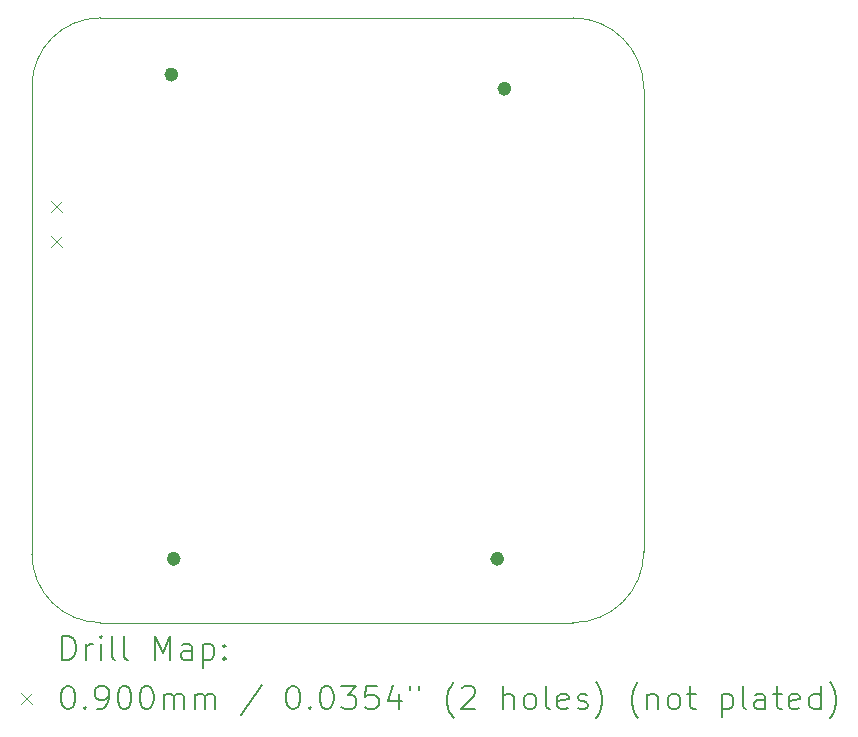
<source format=gbr>
%TF.GenerationSoftware,KiCad,Pcbnew,8.0.5-8.0.5-0~ubuntu24.04.1*%
%TF.CreationDate,2024-09-30T02:40:07+03:30*%
%TF.ProjectId,stm32buckusb,73746d33-3262-4756-936b-7573622e6b69,rev?*%
%TF.SameCoordinates,Original*%
%TF.FileFunction,Drillmap*%
%TF.FilePolarity,Positive*%
%FSLAX45Y45*%
G04 Gerber Fmt 4.5, Leading zero omitted, Abs format (unit mm)*
G04 Created by KiCad (PCBNEW 8.0.5-8.0.5-0~ubuntu24.04.1) date 2024-09-30 02:40:07*
%MOMM*%
%LPD*%
G01*
G04 APERTURE LIST*
%ADD10C,0.601000*%
%ADD11C,0.050000*%
%ADD12C,0.200000*%
%ADD13C,0.100000*%
G04 APERTURE END LIST*
D10*
X9210050Y-11840000D02*
G75*
G02*
X9149950Y-11840000I-30050J0D01*
G01*
X9149950Y-11840000D02*
G75*
G02*
X9210050Y-11840000I30050J0D01*
G01*
X11950050Y-11840000D02*
G75*
G02*
X11889950Y-11840000I-30050J0D01*
G01*
X11889950Y-11840000D02*
G75*
G02*
X11950050Y-11840000I30050J0D01*
G01*
X12010050Y-7860000D02*
G75*
G02*
X11949950Y-7860000I-30050J0D01*
G01*
X11949950Y-7860000D02*
G75*
G02*
X12010050Y-7860000I30050J0D01*
G01*
X9190050Y-7740000D02*
G75*
G02*
X9129950Y-7740000I-30050J0D01*
G01*
X9129950Y-7740000D02*
G75*
G02*
X9190050Y-7740000I30050J0D01*
G01*
D11*
X7980000Y-7840000D02*
X7980000Y-11800000D01*
X13160000Y-11780000D02*
X13160000Y-7860000D01*
X13160000Y-11780000D02*
G75*
G02*
X12560000Y-12380000I-600000J0D01*
G01*
X12560000Y-7260000D02*
X8560000Y-7260000D01*
X8560000Y-12380000D02*
X12560000Y-12380000D01*
X12560000Y-7260000D02*
G75*
G02*
X13160000Y-7860000I0J-600000D01*
G01*
X8560000Y-12380000D02*
G75*
G02*
X7980000Y-11800000I0J580000D01*
G01*
X7980000Y-7840000D02*
G75*
G02*
X8560000Y-7260000I580000J0D01*
G01*
D12*
D13*
X8145000Y-8810000D02*
X8235000Y-8900000D01*
X8235000Y-8810000D02*
X8145000Y-8900000D01*
X8145000Y-9110000D02*
X8235000Y-9200000D01*
X8235000Y-9110000D02*
X8145000Y-9200000D01*
D12*
X8238277Y-12693984D02*
X8238277Y-12493984D01*
X8238277Y-12493984D02*
X8285896Y-12493984D01*
X8285896Y-12493984D02*
X8314467Y-12503508D01*
X8314467Y-12503508D02*
X8333515Y-12522555D01*
X8333515Y-12522555D02*
X8343039Y-12541603D01*
X8343039Y-12541603D02*
X8352562Y-12579698D01*
X8352562Y-12579698D02*
X8352562Y-12608269D01*
X8352562Y-12608269D02*
X8343039Y-12646365D01*
X8343039Y-12646365D02*
X8333515Y-12665412D01*
X8333515Y-12665412D02*
X8314467Y-12684460D01*
X8314467Y-12684460D02*
X8285896Y-12693984D01*
X8285896Y-12693984D02*
X8238277Y-12693984D01*
X8438277Y-12693984D02*
X8438277Y-12560650D01*
X8438277Y-12598746D02*
X8447801Y-12579698D01*
X8447801Y-12579698D02*
X8457324Y-12570174D01*
X8457324Y-12570174D02*
X8476372Y-12560650D01*
X8476372Y-12560650D02*
X8495420Y-12560650D01*
X8562086Y-12693984D02*
X8562086Y-12560650D01*
X8562086Y-12493984D02*
X8552563Y-12503508D01*
X8552563Y-12503508D02*
X8562086Y-12513031D01*
X8562086Y-12513031D02*
X8571610Y-12503508D01*
X8571610Y-12503508D02*
X8562086Y-12493984D01*
X8562086Y-12493984D02*
X8562086Y-12513031D01*
X8685896Y-12693984D02*
X8666848Y-12684460D01*
X8666848Y-12684460D02*
X8657324Y-12665412D01*
X8657324Y-12665412D02*
X8657324Y-12493984D01*
X8790658Y-12693984D02*
X8771610Y-12684460D01*
X8771610Y-12684460D02*
X8762086Y-12665412D01*
X8762086Y-12665412D02*
X8762086Y-12493984D01*
X9019229Y-12693984D02*
X9019229Y-12493984D01*
X9019229Y-12493984D02*
X9085896Y-12636841D01*
X9085896Y-12636841D02*
X9152563Y-12493984D01*
X9152563Y-12493984D02*
X9152563Y-12693984D01*
X9333515Y-12693984D02*
X9333515Y-12589222D01*
X9333515Y-12589222D02*
X9323991Y-12570174D01*
X9323991Y-12570174D02*
X9304944Y-12560650D01*
X9304944Y-12560650D02*
X9266848Y-12560650D01*
X9266848Y-12560650D02*
X9247801Y-12570174D01*
X9333515Y-12684460D02*
X9314467Y-12693984D01*
X9314467Y-12693984D02*
X9266848Y-12693984D01*
X9266848Y-12693984D02*
X9247801Y-12684460D01*
X9247801Y-12684460D02*
X9238277Y-12665412D01*
X9238277Y-12665412D02*
X9238277Y-12646365D01*
X9238277Y-12646365D02*
X9247801Y-12627317D01*
X9247801Y-12627317D02*
X9266848Y-12617793D01*
X9266848Y-12617793D02*
X9314467Y-12617793D01*
X9314467Y-12617793D02*
X9333515Y-12608269D01*
X9428753Y-12560650D02*
X9428753Y-12760650D01*
X9428753Y-12570174D02*
X9447801Y-12560650D01*
X9447801Y-12560650D02*
X9485896Y-12560650D01*
X9485896Y-12560650D02*
X9504944Y-12570174D01*
X9504944Y-12570174D02*
X9514467Y-12579698D01*
X9514467Y-12579698D02*
X9523991Y-12598746D01*
X9523991Y-12598746D02*
X9523991Y-12655888D01*
X9523991Y-12655888D02*
X9514467Y-12674936D01*
X9514467Y-12674936D02*
X9504944Y-12684460D01*
X9504944Y-12684460D02*
X9485896Y-12693984D01*
X9485896Y-12693984D02*
X9447801Y-12693984D01*
X9447801Y-12693984D02*
X9428753Y-12684460D01*
X9609705Y-12674936D02*
X9619229Y-12684460D01*
X9619229Y-12684460D02*
X9609705Y-12693984D01*
X9609705Y-12693984D02*
X9600182Y-12684460D01*
X9600182Y-12684460D02*
X9609705Y-12674936D01*
X9609705Y-12674936D02*
X9609705Y-12693984D01*
X9609705Y-12570174D02*
X9619229Y-12579698D01*
X9619229Y-12579698D02*
X9609705Y-12589222D01*
X9609705Y-12589222D02*
X9600182Y-12579698D01*
X9600182Y-12579698D02*
X9609705Y-12570174D01*
X9609705Y-12570174D02*
X9609705Y-12589222D01*
D13*
X7887500Y-12977500D02*
X7977500Y-13067500D01*
X7977500Y-12977500D02*
X7887500Y-13067500D01*
D12*
X8276372Y-12913984D02*
X8295420Y-12913984D01*
X8295420Y-12913984D02*
X8314467Y-12923508D01*
X8314467Y-12923508D02*
X8323991Y-12933031D01*
X8323991Y-12933031D02*
X8333515Y-12952079D01*
X8333515Y-12952079D02*
X8343039Y-12990174D01*
X8343039Y-12990174D02*
X8343039Y-13037793D01*
X8343039Y-13037793D02*
X8333515Y-13075888D01*
X8333515Y-13075888D02*
X8323991Y-13094936D01*
X8323991Y-13094936D02*
X8314467Y-13104460D01*
X8314467Y-13104460D02*
X8295420Y-13113984D01*
X8295420Y-13113984D02*
X8276372Y-13113984D01*
X8276372Y-13113984D02*
X8257324Y-13104460D01*
X8257324Y-13104460D02*
X8247801Y-13094936D01*
X8247801Y-13094936D02*
X8238277Y-13075888D01*
X8238277Y-13075888D02*
X8228753Y-13037793D01*
X8228753Y-13037793D02*
X8228753Y-12990174D01*
X8228753Y-12990174D02*
X8238277Y-12952079D01*
X8238277Y-12952079D02*
X8247801Y-12933031D01*
X8247801Y-12933031D02*
X8257324Y-12923508D01*
X8257324Y-12923508D02*
X8276372Y-12913984D01*
X8428753Y-13094936D02*
X8438277Y-13104460D01*
X8438277Y-13104460D02*
X8428753Y-13113984D01*
X8428753Y-13113984D02*
X8419229Y-13104460D01*
X8419229Y-13104460D02*
X8428753Y-13094936D01*
X8428753Y-13094936D02*
X8428753Y-13113984D01*
X8533515Y-13113984D02*
X8571610Y-13113984D01*
X8571610Y-13113984D02*
X8590658Y-13104460D01*
X8590658Y-13104460D02*
X8600182Y-13094936D01*
X8600182Y-13094936D02*
X8619229Y-13066365D01*
X8619229Y-13066365D02*
X8628753Y-13028269D01*
X8628753Y-13028269D02*
X8628753Y-12952079D01*
X8628753Y-12952079D02*
X8619229Y-12933031D01*
X8619229Y-12933031D02*
X8609705Y-12923508D01*
X8609705Y-12923508D02*
X8590658Y-12913984D01*
X8590658Y-12913984D02*
X8552563Y-12913984D01*
X8552563Y-12913984D02*
X8533515Y-12923508D01*
X8533515Y-12923508D02*
X8523991Y-12933031D01*
X8523991Y-12933031D02*
X8514467Y-12952079D01*
X8514467Y-12952079D02*
X8514467Y-12999698D01*
X8514467Y-12999698D02*
X8523991Y-13018746D01*
X8523991Y-13018746D02*
X8533515Y-13028269D01*
X8533515Y-13028269D02*
X8552563Y-13037793D01*
X8552563Y-13037793D02*
X8590658Y-13037793D01*
X8590658Y-13037793D02*
X8609705Y-13028269D01*
X8609705Y-13028269D02*
X8619229Y-13018746D01*
X8619229Y-13018746D02*
X8628753Y-12999698D01*
X8752563Y-12913984D02*
X8771610Y-12913984D01*
X8771610Y-12913984D02*
X8790658Y-12923508D01*
X8790658Y-12923508D02*
X8800182Y-12933031D01*
X8800182Y-12933031D02*
X8809705Y-12952079D01*
X8809705Y-12952079D02*
X8819229Y-12990174D01*
X8819229Y-12990174D02*
X8819229Y-13037793D01*
X8819229Y-13037793D02*
X8809705Y-13075888D01*
X8809705Y-13075888D02*
X8800182Y-13094936D01*
X8800182Y-13094936D02*
X8790658Y-13104460D01*
X8790658Y-13104460D02*
X8771610Y-13113984D01*
X8771610Y-13113984D02*
X8752563Y-13113984D01*
X8752563Y-13113984D02*
X8733515Y-13104460D01*
X8733515Y-13104460D02*
X8723991Y-13094936D01*
X8723991Y-13094936D02*
X8714467Y-13075888D01*
X8714467Y-13075888D02*
X8704944Y-13037793D01*
X8704944Y-13037793D02*
X8704944Y-12990174D01*
X8704944Y-12990174D02*
X8714467Y-12952079D01*
X8714467Y-12952079D02*
X8723991Y-12933031D01*
X8723991Y-12933031D02*
X8733515Y-12923508D01*
X8733515Y-12923508D02*
X8752563Y-12913984D01*
X8943039Y-12913984D02*
X8962086Y-12913984D01*
X8962086Y-12913984D02*
X8981134Y-12923508D01*
X8981134Y-12923508D02*
X8990658Y-12933031D01*
X8990658Y-12933031D02*
X9000182Y-12952079D01*
X9000182Y-12952079D02*
X9009705Y-12990174D01*
X9009705Y-12990174D02*
X9009705Y-13037793D01*
X9009705Y-13037793D02*
X9000182Y-13075888D01*
X9000182Y-13075888D02*
X8990658Y-13094936D01*
X8990658Y-13094936D02*
X8981134Y-13104460D01*
X8981134Y-13104460D02*
X8962086Y-13113984D01*
X8962086Y-13113984D02*
X8943039Y-13113984D01*
X8943039Y-13113984D02*
X8923991Y-13104460D01*
X8923991Y-13104460D02*
X8914467Y-13094936D01*
X8914467Y-13094936D02*
X8904944Y-13075888D01*
X8904944Y-13075888D02*
X8895420Y-13037793D01*
X8895420Y-13037793D02*
X8895420Y-12990174D01*
X8895420Y-12990174D02*
X8904944Y-12952079D01*
X8904944Y-12952079D02*
X8914467Y-12933031D01*
X8914467Y-12933031D02*
X8923991Y-12923508D01*
X8923991Y-12923508D02*
X8943039Y-12913984D01*
X9095420Y-13113984D02*
X9095420Y-12980650D01*
X9095420Y-12999698D02*
X9104944Y-12990174D01*
X9104944Y-12990174D02*
X9123991Y-12980650D01*
X9123991Y-12980650D02*
X9152563Y-12980650D01*
X9152563Y-12980650D02*
X9171610Y-12990174D01*
X9171610Y-12990174D02*
X9181134Y-13009222D01*
X9181134Y-13009222D02*
X9181134Y-13113984D01*
X9181134Y-13009222D02*
X9190658Y-12990174D01*
X9190658Y-12990174D02*
X9209705Y-12980650D01*
X9209705Y-12980650D02*
X9238277Y-12980650D01*
X9238277Y-12980650D02*
X9257325Y-12990174D01*
X9257325Y-12990174D02*
X9266848Y-13009222D01*
X9266848Y-13009222D02*
X9266848Y-13113984D01*
X9362086Y-13113984D02*
X9362086Y-12980650D01*
X9362086Y-12999698D02*
X9371610Y-12990174D01*
X9371610Y-12990174D02*
X9390658Y-12980650D01*
X9390658Y-12980650D02*
X9419229Y-12980650D01*
X9419229Y-12980650D02*
X9438277Y-12990174D01*
X9438277Y-12990174D02*
X9447801Y-13009222D01*
X9447801Y-13009222D02*
X9447801Y-13113984D01*
X9447801Y-13009222D02*
X9457325Y-12990174D01*
X9457325Y-12990174D02*
X9476372Y-12980650D01*
X9476372Y-12980650D02*
X9504944Y-12980650D01*
X9504944Y-12980650D02*
X9523991Y-12990174D01*
X9523991Y-12990174D02*
X9533515Y-13009222D01*
X9533515Y-13009222D02*
X9533515Y-13113984D01*
X9923991Y-12904460D02*
X9752563Y-13161603D01*
X10181134Y-12913984D02*
X10200182Y-12913984D01*
X10200182Y-12913984D02*
X10219229Y-12923508D01*
X10219229Y-12923508D02*
X10228753Y-12933031D01*
X10228753Y-12933031D02*
X10238277Y-12952079D01*
X10238277Y-12952079D02*
X10247801Y-12990174D01*
X10247801Y-12990174D02*
X10247801Y-13037793D01*
X10247801Y-13037793D02*
X10238277Y-13075888D01*
X10238277Y-13075888D02*
X10228753Y-13094936D01*
X10228753Y-13094936D02*
X10219229Y-13104460D01*
X10219229Y-13104460D02*
X10200182Y-13113984D01*
X10200182Y-13113984D02*
X10181134Y-13113984D01*
X10181134Y-13113984D02*
X10162087Y-13104460D01*
X10162087Y-13104460D02*
X10152563Y-13094936D01*
X10152563Y-13094936D02*
X10143039Y-13075888D01*
X10143039Y-13075888D02*
X10133515Y-13037793D01*
X10133515Y-13037793D02*
X10133515Y-12990174D01*
X10133515Y-12990174D02*
X10143039Y-12952079D01*
X10143039Y-12952079D02*
X10152563Y-12933031D01*
X10152563Y-12933031D02*
X10162087Y-12923508D01*
X10162087Y-12923508D02*
X10181134Y-12913984D01*
X10333515Y-13094936D02*
X10343039Y-13104460D01*
X10343039Y-13104460D02*
X10333515Y-13113984D01*
X10333515Y-13113984D02*
X10323991Y-13104460D01*
X10323991Y-13104460D02*
X10333515Y-13094936D01*
X10333515Y-13094936D02*
X10333515Y-13113984D01*
X10466848Y-12913984D02*
X10485896Y-12913984D01*
X10485896Y-12913984D02*
X10504944Y-12923508D01*
X10504944Y-12923508D02*
X10514468Y-12933031D01*
X10514468Y-12933031D02*
X10523991Y-12952079D01*
X10523991Y-12952079D02*
X10533515Y-12990174D01*
X10533515Y-12990174D02*
X10533515Y-13037793D01*
X10533515Y-13037793D02*
X10523991Y-13075888D01*
X10523991Y-13075888D02*
X10514468Y-13094936D01*
X10514468Y-13094936D02*
X10504944Y-13104460D01*
X10504944Y-13104460D02*
X10485896Y-13113984D01*
X10485896Y-13113984D02*
X10466848Y-13113984D01*
X10466848Y-13113984D02*
X10447801Y-13104460D01*
X10447801Y-13104460D02*
X10438277Y-13094936D01*
X10438277Y-13094936D02*
X10428753Y-13075888D01*
X10428753Y-13075888D02*
X10419229Y-13037793D01*
X10419229Y-13037793D02*
X10419229Y-12990174D01*
X10419229Y-12990174D02*
X10428753Y-12952079D01*
X10428753Y-12952079D02*
X10438277Y-12933031D01*
X10438277Y-12933031D02*
X10447801Y-12923508D01*
X10447801Y-12923508D02*
X10466848Y-12913984D01*
X10600182Y-12913984D02*
X10723991Y-12913984D01*
X10723991Y-12913984D02*
X10657325Y-12990174D01*
X10657325Y-12990174D02*
X10685896Y-12990174D01*
X10685896Y-12990174D02*
X10704944Y-12999698D01*
X10704944Y-12999698D02*
X10714468Y-13009222D01*
X10714468Y-13009222D02*
X10723991Y-13028269D01*
X10723991Y-13028269D02*
X10723991Y-13075888D01*
X10723991Y-13075888D02*
X10714468Y-13094936D01*
X10714468Y-13094936D02*
X10704944Y-13104460D01*
X10704944Y-13104460D02*
X10685896Y-13113984D01*
X10685896Y-13113984D02*
X10628753Y-13113984D01*
X10628753Y-13113984D02*
X10609706Y-13104460D01*
X10609706Y-13104460D02*
X10600182Y-13094936D01*
X10904944Y-12913984D02*
X10809706Y-12913984D01*
X10809706Y-12913984D02*
X10800182Y-13009222D01*
X10800182Y-13009222D02*
X10809706Y-12999698D01*
X10809706Y-12999698D02*
X10828753Y-12990174D01*
X10828753Y-12990174D02*
X10876372Y-12990174D01*
X10876372Y-12990174D02*
X10895420Y-12999698D01*
X10895420Y-12999698D02*
X10904944Y-13009222D01*
X10904944Y-13009222D02*
X10914468Y-13028269D01*
X10914468Y-13028269D02*
X10914468Y-13075888D01*
X10914468Y-13075888D02*
X10904944Y-13094936D01*
X10904944Y-13094936D02*
X10895420Y-13104460D01*
X10895420Y-13104460D02*
X10876372Y-13113984D01*
X10876372Y-13113984D02*
X10828753Y-13113984D01*
X10828753Y-13113984D02*
X10809706Y-13104460D01*
X10809706Y-13104460D02*
X10800182Y-13094936D01*
X11085896Y-12980650D02*
X11085896Y-13113984D01*
X11038277Y-12904460D02*
X10990658Y-13047317D01*
X10990658Y-13047317D02*
X11114468Y-13047317D01*
X11181134Y-12913984D02*
X11181134Y-12952079D01*
X11257325Y-12913984D02*
X11257325Y-12952079D01*
X11552563Y-13190174D02*
X11543039Y-13180650D01*
X11543039Y-13180650D02*
X11523991Y-13152079D01*
X11523991Y-13152079D02*
X11514468Y-13133031D01*
X11514468Y-13133031D02*
X11504944Y-13104460D01*
X11504944Y-13104460D02*
X11495420Y-13056841D01*
X11495420Y-13056841D02*
X11495420Y-13018746D01*
X11495420Y-13018746D02*
X11504944Y-12971127D01*
X11504944Y-12971127D02*
X11514468Y-12942555D01*
X11514468Y-12942555D02*
X11523991Y-12923508D01*
X11523991Y-12923508D02*
X11543039Y-12894936D01*
X11543039Y-12894936D02*
X11552563Y-12885412D01*
X11619229Y-12933031D02*
X11628753Y-12923508D01*
X11628753Y-12923508D02*
X11647801Y-12913984D01*
X11647801Y-12913984D02*
X11695420Y-12913984D01*
X11695420Y-12913984D02*
X11714468Y-12923508D01*
X11714468Y-12923508D02*
X11723991Y-12933031D01*
X11723991Y-12933031D02*
X11733515Y-12952079D01*
X11733515Y-12952079D02*
X11733515Y-12971127D01*
X11733515Y-12971127D02*
X11723991Y-12999698D01*
X11723991Y-12999698D02*
X11609706Y-13113984D01*
X11609706Y-13113984D02*
X11733515Y-13113984D01*
X11971610Y-13113984D02*
X11971610Y-12913984D01*
X12057325Y-13113984D02*
X12057325Y-13009222D01*
X12057325Y-13009222D02*
X12047801Y-12990174D01*
X12047801Y-12990174D02*
X12028753Y-12980650D01*
X12028753Y-12980650D02*
X12000182Y-12980650D01*
X12000182Y-12980650D02*
X11981134Y-12990174D01*
X11981134Y-12990174D02*
X11971610Y-12999698D01*
X12181134Y-13113984D02*
X12162087Y-13104460D01*
X12162087Y-13104460D02*
X12152563Y-13094936D01*
X12152563Y-13094936D02*
X12143039Y-13075888D01*
X12143039Y-13075888D02*
X12143039Y-13018746D01*
X12143039Y-13018746D02*
X12152563Y-12999698D01*
X12152563Y-12999698D02*
X12162087Y-12990174D01*
X12162087Y-12990174D02*
X12181134Y-12980650D01*
X12181134Y-12980650D02*
X12209706Y-12980650D01*
X12209706Y-12980650D02*
X12228753Y-12990174D01*
X12228753Y-12990174D02*
X12238277Y-12999698D01*
X12238277Y-12999698D02*
X12247801Y-13018746D01*
X12247801Y-13018746D02*
X12247801Y-13075888D01*
X12247801Y-13075888D02*
X12238277Y-13094936D01*
X12238277Y-13094936D02*
X12228753Y-13104460D01*
X12228753Y-13104460D02*
X12209706Y-13113984D01*
X12209706Y-13113984D02*
X12181134Y-13113984D01*
X12362087Y-13113984D02*
X12343039Y-13104460D01*
X12343039Y-13104460D02*
X12333515Y-13085412D01*
X12333515Y-13085412D02*
X12333515Y-12913984D01*
X12514468Y-13104460D02*
X12495420Y-13113984D01*
X12495420Y-13113984D02*
X12457325Y-13113984D01*
X12457325Y-13113984D02*
X12438277Y-13104460D01*
X12438277Y-13104460D02*
X12428753Y-13085412D01*
X12428753Y-13085412D02*
X12428753Y-13009222D01*
X12428753Y-13009222D02*
X12438277Y-12990174D01*
X12438277Y-12990174D02*
X12457325Y-12980650D01*
X12457325Y-12980650D02*
X12495420Y-12980650D01*
X12495420Y-12980650D02*
X12514468Y-12990174D01*
X12514468Y-12990174D02*
X12523991Y-13009222D01*
X12523991Y-13009222D02*
X12523991Y-13028269D01*
X12523991Y-13028269D02*
X12428753Y-13047317D01*
X12600182Y-13104460D02*
X12619230Y-13113984D01*
X12619230Y-13113984D02*
X12657325Y-13113984D01*
X12657325Y-13113984D02*
X12676372Y-13104460D01*
X12676372Y-13104460D02*
X12685896Y-13085412D01*
X12685896Y-13085412D02*
X12685896Y-13075888D01*
X12685896Y-13075888D02*
X12676372Y-13056841D01*
X12676372Y-13056841D02*
X12657325Y-13047317D01*
X12657325Y-13047317D02*
X12628753Y-13047317D01*
X12628753Y-13047317D02*
X12609706Y-13037793D01*
X12609706Y-13037793D02*
X12600182Y-13018746D01*
X12600182Y-13018746D02*
X12600182Y-13009222D01*
X12600182Y-13009222D02*
X12609706Y-12990174D01*
X12609706Y-12990174D02*
X12628753Y-12980650D01*
X12628753Y-12980650D02*
X12657325Y-12980650D01*
X12657325Y-12980650D02*
X12676372Y-12990174D01*
X12752563Y-13190174D02*
X12762087Y-13180650D01*
X12762087Y-13180650D02*
X12781134Y-13152079D01*
X12781134Y-13152079D02*
X12790658Y-13133031D01*
X12790658Y-13133031D02*
X12800182Y-13104460D01*
X12800182Y-13104460D02*
X12809706Y-13056841D01*
X12809706Y-13056841D02*
X12809706Y-13018746D01*
X12809706Y-13018746D02*
X12800182Y-12971127D01*
X12800182Y-12971127D02*
X12790658Y-12942555D01*
X12790658Y-12942555D02*
X12781134Y-12923508D01*
X12781134Y-12923508D02*
X12762087Y-12894936D01*
X12762087Y-12894936D02*
X12752563Y-12885412D01*
X13114468Y-13190174D02*
X13104944Y-13180650D01*
X13104944Y-13180650D02*
X13085896Y-13152079D01*
X13085896Y-13152079D02*
X13076372Y-13133031D01*
X13076372Y-13133031D02*
X13066849Y-13104460D01*
X13066849Y-13104460D02*
X13057325Y-13056841D01*
X13057325Y-13056841D02*
X13057325Y-13018746D01*
X13057325Y-13018746D02*
X13066849Y-12971127D01*
X13066849Y-12971127D02*
X13076372Y-12942555D01*
X13076372Y-12942555D02*
X13085896Y-12923508D01*
X13085896Y-12923508D02*
X13104944Y-12894936D01*
X13104944Y-12894936D02*
X13114468Y-12885412D01*
X13190658Y-12980650D02*
X13190658Y-13113984D01*
X13190658Y-12999698D02*
X13200182Y-12990174D01*
X13200182Y-12990174D02*
X13219230Y-12980650D01*
X13219230Y-12980650D02*
X13247801Y-12980650D01*
X13247801Y-12980650D02*
X13266849Y-12990174D01*
X13266849Y-12990174D02*
X13276372Y-13009222D01*
X13276372Y-13009222D02*
X13276372Y-13113984D01*
X13400182Y-13113984D02*
X13381134Y-13104460D01*
X13381134Y-13104460D02*
X13371611Y-13094936D01*
X13371611Y-13094936D02*
X13362087Y-13075888D01*
X13362087Y-13075888D02*
X13362087Y-13018746D01*
X13362087Y-13018746D02*
X13371611Y-12999698D01*
X13371611Y-12999698D02*
X13381134Y-12990174D01*
X13381134Y-12990174D02*
X13400182Y-12980650D01*
X13400182Y-12980650D02*
X13428753Y-12980650D01*
X13428753Y-12980650D02*
X13447801Y-12990174D01*
X13447801Y-12990174D02*
X13457325Y-12999698D01*
X13457325Y-12999698D02*
X13466849Y-13018746D01*
X13466849Y-13018746D02*
X13466849Y-13075888D01*
X13466849Y-13075888D02*
X13457325Y-13094936D01*
X13457325Y-13094936D02*
X13447801Y-13104460D01*
X13447801Y-13104460D02*
X13428753Y-13113984D01*
X13428753Y-13113984D02*
X13400182Y-13113984D01*
X13523992Y-12980650D02*
X13600182Y-12980650D01*
X13552563Y-12913984D02*
X13552563Y-13085412D01*
X13552563Y-13085412D02*
X13562087Y-13104460D01*
X13562087Y-13104460D02*
X13581134Y-13113984D01*
X13581134Y-13113984D02*
X13600182Y-13113984D01*
X13819230Y-12980650D02*
X13819230Y-13180650D01*
X13819230Y-12990174D02*
X13838277Y-12980650D01*
X13838277Y-12980650D02*
X13876373Y-12980650D01*
X13876373Y-12980650D02*
X13895420Y-12990174D01*
X13895420Y-12990174D02*
X13904944Y-12999698D01*
X13904944Y-12999698D02*
X13914468Y-13018746D01*
X13914468Y-13018746D02*
X13914468Y-13075888D01*
X13914468Y-13075888D02*
X13904944Y-13094936D01*
X13904944Y-13094936D02*
X13895420Y-13104460D01*
X13895420Y-13104460D02*
X13876373Y-13113984D01*
X13876373Y-13113984D02*
X13838277Y-13113984D01*
X13838277Y-13113984D02*
X13819230Y-13104460D01*
X14028753Y-13113984D02*
X14009706Y-13104460D01*
X14009706Y-13104460D02*
X14000182Y-13085412D01*
X14000182Y-13085412D02*
X14000182Y-12913984D01*
X14190658Y-13113984D02*
X14190658Y-13009222D01*
X14190658Y-13009222D02*
X14181134Y-12990174D01*
X14181134Y-12990174D02*
X14162087Y-12980650D01*
X14162087Y-12980650D02*
X14123992Y-12980650D01*
X14123992Y-12980650D02*
X14104944Y-12990174D01*
X14190658Y-13104460D02*
X14171611Y-13113984D01*
X14171611Y-13113984D02*
X14123992Y-13113984D01*
X14123992Y-13113984D02*
X14104944Y-13104460D01*
X14104944Y-13104460D02*
X14095420Y-13085412D01*
X14095420Y-13085412D02*
X14095420Y-13066365D01*
X14095420Y-13066365D02*
X14104944Y-13047317D01*
X14104944Y-13047317D02*
X14123992Y-13037793D01*
X14123992Y-13037793D02*
X14171611Y-13037793D01*
X14171611Y-13037793D02*
X14190658Y-13028269D01*
X14257325Y-12980650D02*
X14333515Y-12980650D01*
X14285896Y-12913984D02*
X14285896Y-13085412D01*
X14285896Y-13085412D02*
X14295420Y-13104460D01*
X14295420Y-13104460D02*
X14314468Y-13113984D01*
X14314468Y-13113984D02*
X14333515Y-13113984D01*
X14476373Y-13104460D02*
X14457325Y-13113984D01*
X14457325Y-13113984D02*
X14419230Y-13113984D01*
X14419230Y-13113984D02*
X14400182Y-13104460D01*
X14400182Y-13104460D02*
X14390658Y-13085412D01*
X14390658Y-13085412D02*
X14390658Y-13009222D01*
X14390658Y-13009222D02*
X14400182Y-12990174D01*
X14400182Y-12990174D02*
X14419230Y-12980650D01*
X14419230Y-12980650D02*
X14457325Y-12980650D01*
X14457325Y-12980650D02*
X14476373Y-12990174D01*
X14476373Y-12990174D02*
X14485896Y-13009222D01*
X14485896Y-13009222D02*
X14485896Y-13028269D01*
X14485896Y-13028269D02*
X14390658Y-13047317D01*
X14657325Y-13113984D02*
X14657325Y-12913984D01*
X14657325Y-13104460D02*
X14638277Y-13113984D01*
X14638277Y-13113984D02*
X14600182Y-13113984D01*
X14600182Y-13113984D02*
X14581134Y-13104460D01*
X14581134Y-13104460D02*
X14571611Y-13094936D01*
X14571611Y-13094936D02*
X14562087Y-13075888D01*
X14562087Y-13075888D02*
X14562087Y-13018746D01*
X14562087Y-13018746D02*
X14571611Y-12999698D01*
X14571611Y-12999698D02*
X14581134Y-12990174D01*
X14581134Y-12990174D02*
X14600182Y-12980650D01*
X14600182Y-12980650D02*
X14638277Y-12980650D01*
X14638277Y-12980650D02*
X14657325Y-12990174D01*
X14733515Y-13190174D02*
X14743039Y-13180650D01*
X14743039Y-13180650D02*
X14762087Y-13152079D01*
X14762087Y-13152079D02*
X14771611Y-13133031D01*
X14771611Y-13133031D02*
X14781134Y-13104460D01*
X14781134Y-13104460D02*
X14790658Y-13056841D01*
X14790658Y-13056841D02*
X14790658Y-13018746D01*
X14790658Y-13018746D02*
X14781134Y-12971127D01*
X14781134Y-12971127D02*
X14771611Y-12942555D01*
X14771611Y-12942555D02*
X14762087Y-12923508D01*
X14762087Y-12923508D02*
X14743039Y-12894936D01*
X14743039Y-12894936D02*
X14733515Y-12885412D01*
M02*

</source>
